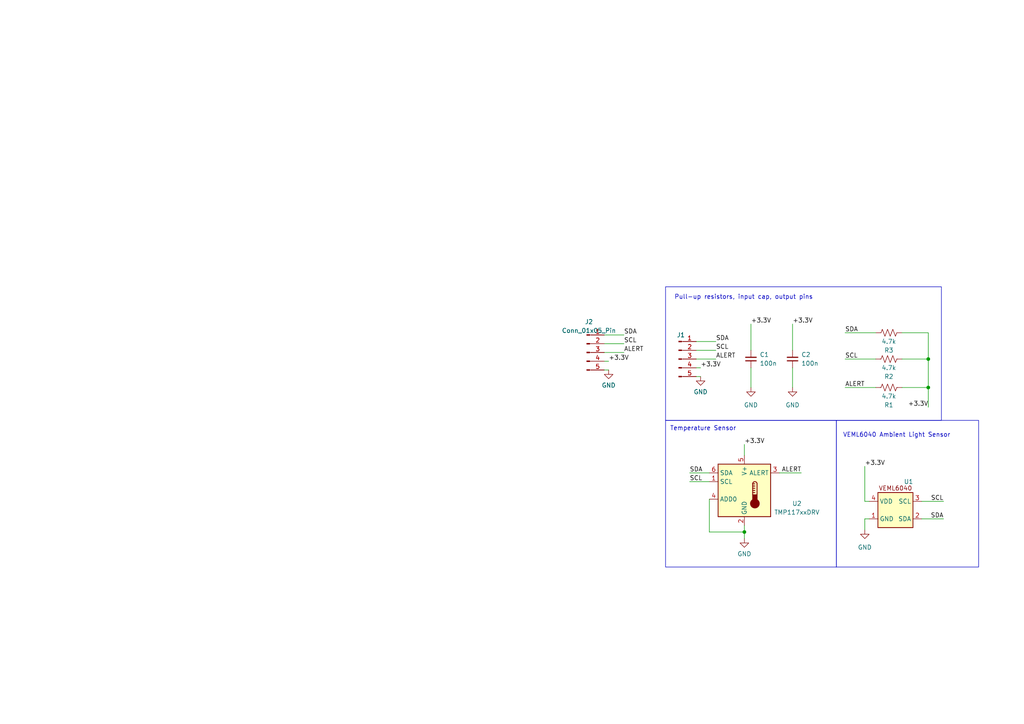
<source format=kicad_sch>
(kicad_sch (version 20230121) (generator eeschema)
  (paper "A4")
  (lib_symbols
    (symbol "Connector:Conn_01x05_Pin" (pin_names (offset 1.016) hide)
      (property "Reference" "J" (at 0 7.62 0))
      (property "Value" "Conn_01x05_Pin" (at 0 -7.62 0))
      (symbol "Conn_01x05_Pin_1_1"
        (polyline (pts (xy 1.27 -5.08) (xy 0.8636 -5.08)) (stroke (width 0.1524)))
        (polyline (pts (xy 1.27 -2.54) (xy 0.8636 -2.54)) (stroke (width 0.1524)))
        (polyline (pts (xy 1.27 0) (xy 0.8636 0)) (stroke (width 0.1524)))
        (polyline (pts (xy 1.27 2.54) (xy 0.8636 2.54)) (stroke (width 0.1524)))
        (polyline (pts (xy 1.27 5.08) (xy 0.8636 5.08)) (stroke (width 0.1524)))
        (rectangle (start 0.8636 -4.953) (end 0 -5.207) (stroke (width 0.1524)) (fill (type outline)))
        (rectangle (start 0.8636 -2.413) (end 0 -2.667) (stroke (width 0.1524)) (fill (type outline)))
        (rectangle (start 0.8636 0.127) (end 0 -0.127) (stroke (width 0.1524)) (fill (type outline)))
        (rectangle (start 0.8636 2.667) (end 0 2.413) (stroke (width 0.1524)) (fill (type outline)))
        (rectangle (start 0.8636 5.207) (end 0 4.953) (stroke (width 0.1524)) (fill (type outline)))
        (pin passive line (at 5.08 5.08 180) (length 3.81) (name "Pin_1") (number "1"))
        (pin passive line (at 5.08 2.54 180) (length 3.81) (name "Pin_2") (number "2"))
        (pin passive line (at 5.08 0 180) (length 3.81) (name "Pin_3") (number "3"))
        (pin passive line (at 5.08 -2.54 180) (length 3.81) (name "Pin_4") (number "4"))
        (pin passive line (at 5.08 -5.08 180) (length 3.81) (name "Pin_5") (number "5"))
      )
    )
    (symbol "Device:C_Small" (pin_numbers hide) (pin_names (offset 0.254) hide)
      (property "Reference" "C" (at 0.254 1.778 0))
      (property "Value" "C_Small" (at 0.254 -2.032 0))
      (symbol "C_Small_0_1"
        (polyline (pts (xy -1.524 -0.508) (xy 1.524 -0.508)) (stroke (width 0.3302)))
        (polyline (pts (xy -1.524 0.508) (xy 1.524 0.508)) (stroke (width 0.3048)))
      )
      (symbol "C_Small_1_1"
        (pin passive line (at 0 2.54 270) (length 2.032) (name "~") (number "1"))
        (pin passive line (at 0 -2.54 90) (length 2.032) (name "~") (number "2"))
      )
    )
    (symbol "Device:R_US" (pin_numbers hide) (pin_names (offset 0))
      (property "Reference" "R" (at 2.54 0 90))
      (property "Value" "R_US" (at -2.54 0 90))
      (symbol "R_US_0_1"
        (polyline (pts (xy 0 -2.286) (xy 0 -2.54)))
        (polyline (pts (xy 0 2.286) (xy 0 2.54)))
        (polyline (pts (xy 0 -0.762) (xy 1.016 -1.143) (xy 0 -1.524) (xy -1.016 -1.905) (xy 0 -2.286)))
        (polyline (pts (xy 0 0.762) (xy 1.016 0.381) (xy 0 0) (xy -1.016 -0.381) (xy 0 -0.762)))
        (polyline (pts (xy 0 2.286) (xy 1.016 1.905) (xy 0 1.524) (xy -1.016 1.143) (xy 0 0.762)))
      )
      (symbol "R_US_1_1"
        (pin passive line (at 0 3.81 270) (length 1.27) (name "~") (number "1"))
        (pin passive line (at 0 -3.81 90) (length 1.27) (name "~") (number "2"))
      )
    )
    (symbol "Sarah_Symbols:VEML6040"
      (property "Reference" "U1" (at 1.27 0.635 0))
      (symbol "VEML6040_1_1"
        (rectangle (start -7.62 -2.54) (end 2.54 -12.7) (stroke (width 0.254)) (fill (type background)))
        (text "VEML6040" (at -2.54 -1.27 0) (effects (font (size 1.27 1.27))))
        (pin power_in line (at -10.16 -10.16 0) (length 2.54) (name "GND") (number "1"))
        (pin bidirectional line (at 5.08 -10.16 180) (length 2.54) (name "SDA") (number "2"))
        (pin input line (at 5.08 -5.08 180) (length 2.54) (name "SCL") (number "3"))
        (pin power_in line (at -10.16 -5.08 0) (length 2.54) (name "VDD") (number "4"))
      )
    )
    (symbol "Sensor_Temperature:TMP117xxDRV"
      (property "Reference" "U" (at -2.54 10.795 0))
      (property "Value" "TMP117xxDRV" (at -2.54 8.89 0))
      (symbol "TMP117xxDRV_0_1"
        (rectangle (start -7.62 7.62) (end 7.62 -7.62) (stroke (width 0.254)) (fill (type background)))
      )
      (symbol "TMP117xxDRV_1_1"
        (polyline (pts (xy 2.413 -0.635) (xy 3.048 -0.635)) (stroke (width 0.254)))
        (polyline (pts (xy 2.413 0) (xy 3.048 0)) (stroke (width 0.254)))
        (polyline (pts (xy 2.413 0.635) (xy 3.048 0.635)) (stroke (width 0.254)))
        (polyline (pts (xy 2.413 1.27) (xy 3.048 1.27)) (stroke (width 0.254)))
        (polyline (pts (xy 2.413 1.905) (xy 2.413 -1.27)) (stroke (width 0.254)))
        (polyline (pts (xy 2.413 1.905) (xy 3.048 1.905)) (stroke (width 0.254)))
        (polyline (pts (xy 3.683 1.905) (xy 3.683 -1.27)) (stroke (width 0.254)))
        (circle (center 3.048 -3.81) (radius 1.27) (stroke (width 0.254)) (fill (type outline)))
        (rectangle (start 3.683 -3.175) (end 2.413 -1.27) (stroke (width 0.254)) (fill (type outline)))
        (arc (start 3.683 1.905) (mid 3.048 2.5373) (end 2.413 1.905) (stroke (width 0.254)))
        (pin input line (at -10.16 2.54 0) (length 2.54) (name "SCL") (number "1"))
        (pin power_in line (at 0 -10.16 90) (length 2.54) (name "GND") (number "2"))
        (pin open_collector line (at 10.16 5.08 180) (length 2.54) (name "ALERT") (number "3"))
        (pin input line (at -10.16 -2.54 0) (length 2.54) (name "ADD0") (number "4"))
        (pin power_in line (at 0 10.16 270) (length 2.54) (name "V+") (number "5"))
        (pin bidirectional line (at -10.16 5.08 0) (length 2.54) (name "SDA") (number "6"))
      )
    )
    (symbol "power:GND" (power) (pin_names (offset 0))
      (property "Value" "GND" (at 0 -3.81 0))
      (symbol "GND_0_1"
        (polyline (pts (xy 0 0) (xy 0 -1.27) (xy 1.27 -1.27) (xy 0 -2.54) (xy -1.27 -1.27) (xy 0 -1.27)))
      )
      (symbol "GND_1_1"
        (pin power_in line (at 0 0 270) (length 0) hide (name "GND") (number "1"))
      )
    )
  )
  (junction (at 269.24 112.395))
  (junction (at 269.24 104.14))
  (junction (at 215.9 154.305))
  (wire (pts (xy 261.62 96.52) (xy 269.24 96.52)))
  (wire (pts (xy 200.025 139.7) (xy 205.74 139.7)))
  (wire (pts (xy 207.645 99.06) (xy 201.93 99.06)))
  (wire (pts (xy 245.11 104.14) (xy 254 104.14)))
  (wire (pts (xy 229.87 106.68) (xy 229.87 112.395)))
  (wire (pts (xy 215.9 152.4) (xy 215.9 154.305)))
  (wire (pts (xy 267.335 145.415) (xy 273.685 145.415)))
  (wire (pts (xy 245.11 112.395) (xy 254 112.395)))
  (wire (pts (xy 180.975 99.695) (xy 175.26 99.695)))
  (wire (pts (xy 203.2 109.22) (xy 201.93 109.22)))
  (wire (pts (xy 252.095 145.415) (xy 250.825 145.415)))
  (wire (pts (xy 269.24 104.14) (xy 269.24 112.395)))
  (wire (pts (xy 207.645 104.14) (xy 201.93 104.14)))
  (wire (pts (xy 250.825 150.495) (xy 250.825 153.67)))
  (wire (pts (xy 207.645 101.6) (xy 201.93 101.6)))
  (wire (pts (xy 261.62 104.14) (xy 269.24 104.14)))
  (wire (pts (xy 232.41 137.16) (xy 226.06 137.16)))
  (wire (pts (xy 176.53 107.315) (xy 175.26 107.315)))
  (wire (pts (xy 205.74 144.78) (xy 205.74 154.305)))
  (wire (pts (xy 269.24 96.52) (xy 269.24 104.14)))
  (wire (pts (xy 217.805 106.68) (xy 217.805 112.395)))
  (wire (pts (xy 252.095 150.495) (xy 250.825 150.495)))
  (wire (pts (xy 215.9 128.905) (xy 215.9 132.08)))
  (wire (pts (xy 180.975 97.155) (xy 175.26 97.155)))
  (wire (pts (xy 269.24 112.395) (xy 261.62 112.395)))
  (wire (pts (xy 269.24 118.11) (xy 269.24 112.395)))
  (wire (pts (xy 250.825 145.415) (xy 250.825 135.255)))
  (wire (pts (xy 203.2 106.68) (xy 201.93 106.68)))
  (wire (pts (xy 267.335 150.495) (xy 273.685 150.495)))
  (wire (pts (xy 217.805 93.98) (xy 217.805 101.6)))
  (wire (pts (xy 205.74 154.305) (xy 215.9 154.305)))
  (wire (pts (xy 245.11 96.52) (xy 254 96.52)))
  (wire (pts (xy 200.025 137.16) (xy 205.74 137.16)))
  (wire (pts (xy 176.53 104.775) (xy 175.26 104.775)))
  (wire (pts (xy 215.9 154.305) (xy 215.9 156.21)))
  (wire (pts (xy 180.975 102.235) (xy 175.26 102.235)))
  (wire (pts (xy 229.87 93.98) (xy 229.87 101.6)))
  (rectangle (start 242.57 121.92) (end 283.845 164.465))
  (rectangle (start 193.04 121.92) (end 242.57 164.465))
  (rectangle (start 193.04 83.185) (end 273.05 121.92))
  (text "VEML6040 Ambient Light Sensor" (at 244.475 127 0) (effects (font (size 1.27 1.27)) (justify left bottom)))
  (text "Pull-up resistors, input cap, output pins" (at 195.58 86.995 0) (effects (font (size 1.27 1.27)) (justify left bottom)))
  (text "Temperature Sensor" (at 194.31 125.095 0) (effects (font (size 1.27 1.27)) (justify left bottom)))
  (label "+3.3V" (at 203.2 106.68 0))
  (label "SDA" (at 273.685 150.495 180))
  (label "ALERT" (at 207.645 104.14 0))
  (label "+3.3V" (at 217.805 93.98 0))
  (label "SDA" (at 245.11 96.52 0))
  (label "+3.3V" (at 229.87 93.98 0))
  (label "ALERT" (at 245.11 112.395 0))
  (label "SCL" (at 207.645 101.6 0))
  (label "+3.3V" (at 215.9 128.905 0))
  (label "+3.3V" (at 176.53 104.775 0))
  (label "SCL" (at 180.975 99.695 0))
  (label "ALERT" (at 232.41 137.16 180))
  (label "SDA" (at 207.645 99.06 0))
  (label "+3.3V" (at 250.825 135.255 0))
  (label "SCL" (at 245.11 104.14 0))
  (label "+3.3V" (at 269.24 118.11 180))
  (label "SCL" (at 273.685 145.415 180))
  (label "SCL" (at 200.025 139.7 0))
  (label "SDA" (at 200.025 137.16 0))
  (label "ALERT" (at 180.975 102.235 0))
  (label "SDA" (at 180.975 97.155 0))
  (symbol (lib_id "power:GND") (at 215.9 156.21 0) (unit 1)
    (property "Reference" "#PWR06" (effects hide))
    (property "Value" "GND" (at 215.9 160.655 0))
  )
  (symbol (lib_id "Device:C_Small") (at 217.805 104.14 180) (unit 1)
    (property "Reference" "C1" (at 220.345 102.8635 0) (effects (justify right)))
    (property "Value" "100n" (at 220.345 105.4035 0) (effects (justify right)))
    (property "Footprint" "Capacitor_SMD:C_0603_1608Metric" (effects hide))
    (property "Datasheet" "https://datasheet.lcsc.com/lcsc/1809301912_YAGEO-CC0603KRX7R9BB104_C14663.pdf" (effects hide))
    (property "Price" "0.0020" (effects hide))
    (property "LCSC" "C49678" (effects hide))
    (property "Extended" "0" (effects hide))
    (property "Populate" "Yes" (effects hide))
  )
  (symbol (lib_id "Device:R_US") (at 257.81 104.14 270) (unit 1)
    (property "Reference" "R2" (at 257.81 109.22 90))
    (property "Value" "4.7k" (at 257.81 106.68 90))
    (property "Footprint" "Resistor_SMD:R_0603_1608Metric" (effects hide))
    (property "Datasheet" "https://datasheet.lcsc.com/lcsc/2206010230_UNI-ROYAL-Uniroyal-Elec-0603WAF2201T5E_C4190.pdf" (effects hide))
    (property "LCSC" "C23162" (effects hide))
    (property "Extended" "0" (effects hide))
    (property "Populate" "Yes" (effects hide))
  )
  (symbol (lib_id "Sensor_Temperature:TMP117xxDRV") (at 215.9 142.24 0) (unit 1)
    (property "Reference" "U2" (at 231.14 146.05 0))
    (property "Value" "TMP117xxDRV" (at 231.14 148.59 0))
    (property "Footprint" "Package_SON:WSON-6-1EP_2x2mm_P0.65mm_EP1x1.6mm" (effects hide))
    (property "Datasheet" "https://www.ti.com/lit/ds/symlink/tmp117.pdf" (effects hide))
    (property "Extended" "1" (effects hide))
    (property "LCSC" "C699536" (effects hide))
    (property "Populate" "Yes" (effects hide))
  )
  (symbol (lib_id "Connector:Conn_01x05_Pin") (at 170.18 102.235 0) (unit 1)
    (property "Reference" "J2" (at 170.815 93.345 0))
    (property "Value" "Conn_01x05_Pin" (at 170.815 95.885 0))
  )
  (symbol (lib_id "Connector:Conn_01x05_Pin") (at 196.85 104.14 0) (unit 1)
    (property "Reference" "J1" (at 197.485 97.155 0))
    (property "Value" "Conn_01x04_Pin" (effects hide))
    (property "Footprint" "Connector_PinHeader_2.54mm:PinHeader_1x05_P2.54mm_Vertical" (effects hide))
    (property "Populate" "No" (effects hide))
  )
  (symbol (lib_id "Device:R_US") (at 257.81 96.52 270) (unit 1)
    (property "Reference" "R3" (at 257.81 101.6 90))
    (property "Value" "4.7k" (at 257.81 99.06 90))
    (property "Footprint" "Resistor_SMD:R_0603_1608Metric" (effects hide))
    (property "Datasheet" "https://datasheet.lcsc.com/lcsc/2206010230_UNI-ROYAL-Uniroyal-Elec-0603WAF2201T5E_C4190.pdf" (effects hide))
    (property "LCSC" "C23162" (effects hide))
    (property "Extended" "0" (effects hide))
    (property "Populate" "Yes" (effects hide))
  )
  (symbol (lib_id "power:GND") (at 176.53 107.315 0) (unit 1)
    (property "Reference" "#PWR05" (effects hide))
    (property "Value" "GND" (at 176.53 111.76 0))
  )
  (symbol (lib_id "power:GND") (at 250.825 153.67 0) (unit 1)
    (property "Reference" "#PWR01" (effects hide))
    (property "Value" "GND" (at 250.825 158.75 0))
  )
  (symbol (lib_id "power:GND") (at 229.87 112.395 0) (unit 1)
    (property "Reference" "#PWR04" (effects hide))
    (property "Value" "GND" (at 229.87 117.475 0))
  )
  (symbol (lib_id "Device:C_Small") (at 229.87 104.14 180) (unit 1)
    (property "Reference" "C2" (at 232.41 102.8635 0) (effects (justify right)))
    (property "Value" "100n" (at 232.41 105.4035 0) (effects (justify right)))
    (property "Footprint" "Capacitor_SMD:C_0603_1608Metric" (effects hide))
    (property "Datasheet" "https://datasheet.lcsc.com/lcsc/1809301912_YAGEO-CC0603KRX7R9BB104_C14663.pdf" (effects hide))
    (property "Price" "0.0020" (effects hide))
    (property "LCSC" "C49678" (effects hide))
    (property "Extended" "0" (effects hide))
    (property "Populate" "Yes" (effects hide))
  )
  (symbol (lib_id "power:GND") (at 217.805 112.395 0) (unit 1)
    (property "Reference" "#PWR03" (effects hide))
    (property "Value" "GND" (at 217.805 117.475 0))
  )
  (symbol (lib_id "Sarah_Symbols:VEML6040") (at 262.255 140.335 0) (unit 1)
    (property "Reference" "U1" (at 263.525 139.7 0))
    (property "Value" "VEML6040" (effects hide))
    (property "Footprint" "Sarah_Footprints:SENSOR_SMD_VEML6040A3OG" (effects hide))
    (property "Datasheet" "https://www.vishay.com/docs/84276/veml6040.pdf" (effects hide))
    (property "LCSC" "C78465" (effects hide))
    (property "Extended" "1" (effects hide))
    (property "Populate" "Yes" (effects hide))
  )
  (symbol (lib_id "power:GND") (at 203.2 109.22 0) (unit 1)
    (property "Reference" "#PWR02" (effects hide))
    (property "Value" "GND" (at 203.2 113.665 0))
  )
  (symbol (lib_id "Device:R_US") (at 257.81 112.395 270) (unit 1)
    (property "Reference" "R1" (at 257.81 117.475 90))
    (property "Value" "4.7k" (at 257.81 114.935 90))
    (property "Footprint" "Resistor_SMD:R_0603_1608Metric" (effects hide))
    (property "Datasheet" "https://datasheet.lcsc.com/lcsc/2206010230_UNI-ROYAL-Uniroyal-Elec-0603WAF2201T5E_C4190.pdf" (effects hide))
    (property "LCSC" "C23162" (effects hide))
    (property "Extended" "0" (effects hide))
    (property "Populate" "Yes" (effects hide))
  )
)
</source>
